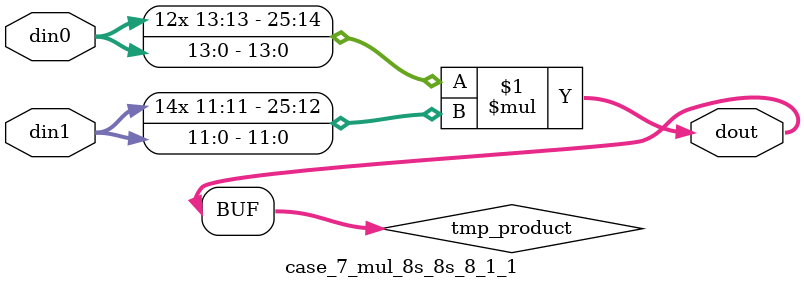
<source format=v>

`timescale 1 ns / 1 ps

 module case_7_mul_8s_8s_8_1_1(din0, din1, dout);
parameter ID = 1;
parameter NUM_STAGE = 0;
parameter din0_WIDTH = 14;
parameter din1_WIDTH = 12;
parameter dout_WIDTH = 26;

input [din0_WIDTH - 1 : 0] din0; 
input [din1_WIDTH - 1 : 0] din1; 
output [dout_WIDTH - 1 : 0] dout;

wire signed [dout_WIDTH - 1 : 0] tmp_product;



























assign tmp_product = $signed(din0) * $signed(din1);








assign dout = tmp_product;





















endmodule

</source>
